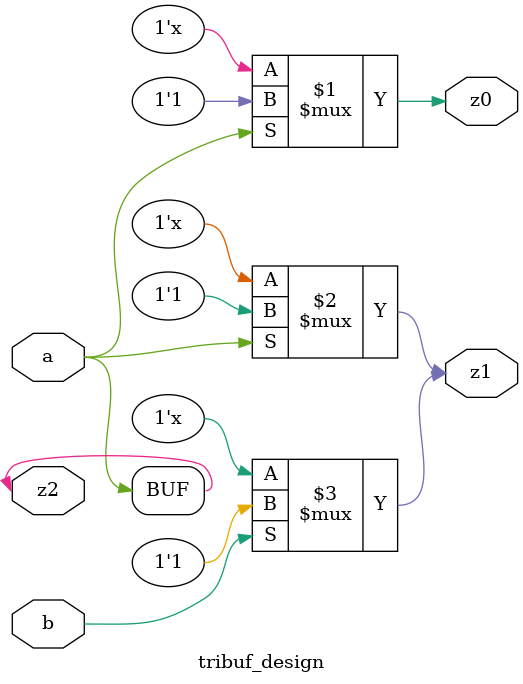
<source format=v>

module tribuf_design(a, b, z0, z1, z2);

	input       a;
	input       b;

	output      z0, z1; 
    inout       z2;

    assign z0 = a ? 1'b1 : 1'bz;

    assign z1 = a ? 1'b1 : 1'bz;
    assign z1 = b ? 1'b1 : 1'bz;

    assign z2 = a;

endmodule


</source>
